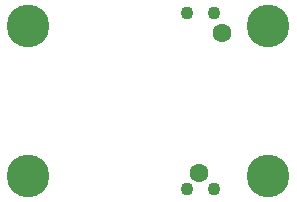
<source format=gbr>
G04 EAGLE Gerber RS-274X export*
G75*
%MOMM*%
%FSLAX34Y34*%
%LPD*%
%INSoldermask Bottom*%
%IPPOS*%
%AMOC8*
5,1,8,0,0,1.08239X$1,22.5*%
G01*
%ADD10C,1.601600*%
%ADD11C,3.617600*%
%ADD12C,1.101600*%


D10*
X170180Y-60960D03*
X189230Y57150D03*
D11*
X25400Y63500D03*
X25400Y-63500D03*
X228600Y-63500D03*
X228600Y63500D03*
D12*
X159315Y-74755D03*
X182315Y-74755D03*
X182315Y74755D03*
X159315Y74755D03*
M02*

</source>
